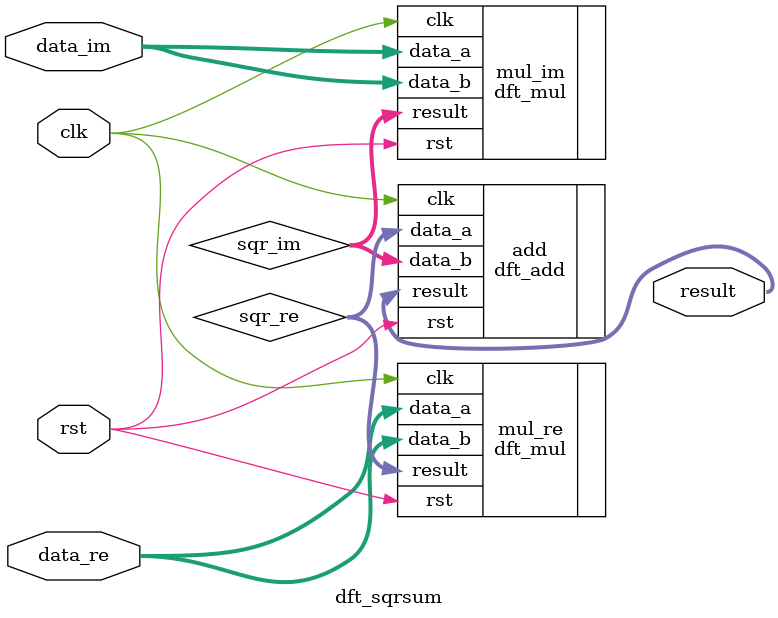
<source format=v>
module dft_sqrsum
#(
    parameter DATA_W              = 16,
    parameter SUM_PIPELINE_STAGES = 2
)
(
    // System
    input wire                  clk,  // System clock
    input wire                  rst,  // System reset
    // Input data
    input  wire signed [DATA_W-1:0]    data_re, // Data real part
    input  wire signed [DATA_W-1:0]    data_im, // Data imaginary part
    // Output data
    output wire [DATA_W*2-1:0]  result  // Result
);

wire [DATA_W*2-1:0] sqr_re;
wire [DATA_W*2-1:0] sqr_im;

dft_mul
#(
    .DATA_A_W      (DATA_W),
    .DATA_B_W      (DATA_W),
    .DATA_A_SIGNED ("on"),     // "on" / "off"
    .DATA_B_SIGNED ("on"),     // "on" / "off"
    .INPUT_REG     ("on"),    // "on" / "off"
    .OUTPUT_REG    ("on")      // "on" / "off"
) mul_re (
    // System
    .clk    (clk),      // System clock
    .rst    (rst),      // System reset
    // Input data
    .data_a (data_re),  // Data A
    .data_b (data_re),  // Data B
    // Output data
    .result (sqr_re)    // Result
);

dft_mul
#(
    .DATA_A_W      (DATA_W),
    .DATA_B_W      (DATA_W),
    .DATA_A_SIGNED ("on"),     // "on" / "off"
    .DATA_B_SIGNED ("on"),     // "on" / "off"
    .INPUT_REG     ("on"),    // "on" / "off"
    .OUTPUT_REG    ("on")      // "on" / "off"
) mul_im (
    // System
    .clk    (clk),      // System clock
    .rst    (rst),      // System reset
    // Input data
    .data_a (data_im),  // Data A
    .data_b (data_im),  // Data B
    // Output data
    .result (sqr_im)    // Result
);


dft_add
#(
    .DATA_W          (DATA_W*2),
    .DATA_SIGNED     ("off"),  // "on" / "off"
    .INPUT_REG       ("off"),  // "on" / "off"
    .OUTPUT_REG      ("on"),   // "on" / "off"
    .PIPELINE_STAGES (SUM_PIPELINE_STAGES)
) add (
    // System
    .clk    (clk),      // System clock
    .rst    (rst),      // System reset
    // Input data
    .data_a (sqr_re),   // Data A
    .data_b (sqr_im),   // Data B
    // Output data
    .result (result)    // Result
);

endmodule
</source>
